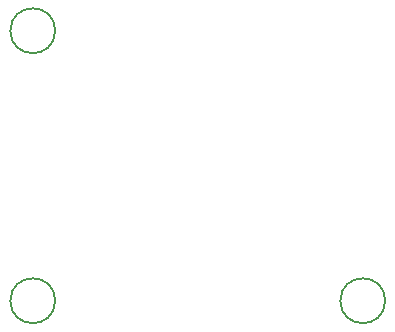
<source format=gbr>
G04 #@! TF.GenerationSoftware,KiCad,Pcbnew,9.0.4*
G04 #@! TF.CreationDate,2025-08-20T19:30:37-04:00*
G04 #@! TF.ProjectId,tac5212_audio_board_single_ended,74616335-3231-4325-9f61-7564696f5f62,rev?*
G04 #@! TF.SameCoordinates,Original*
G04 #@! TF.FileFunction,Other,Comment*
%FSLAX46Y46*%
G04 Gerber Fmt 4.6, Leading zero omitted, Abs format (unit mm)*
G04 Created by KiCad (PCBNEW 9.0.4) date 2025-08-20 19:30:37*
%MOMM*%
%LPD*%
G01*
G04 APERTURE LIST*
%ADD10C,0.150000*%
G04 APERTURE END LIST*
D10*
G04 #@! TO.C,board_outline108*
X12052500Y22855000D02*
G75*
G02*
X8252500Y22855000I-1900000J0D01*
G01*
X8252500Y22855000D02*
G75*
G02*
X12052500Y22855000I1900000J0D01*
G01*
X12052500Y-5000D02*
G75*
G02*
X8252500Y-5000I-1900000J0D01*
G01*
X8252500Y-5000D02*
G75*
G02*
X12052500Y-5000I1900000J0D01*
G01*
X39992500Y-5000D02*
G75*
G02*
X36192500Y-5000I-1900000J0D01*
G01*
X36192500Y-5000D02*
G75*
G02*
X39992500Y-5000I1900000J0D01*
G01*
G04 #@! TD*
M02*

</source>
